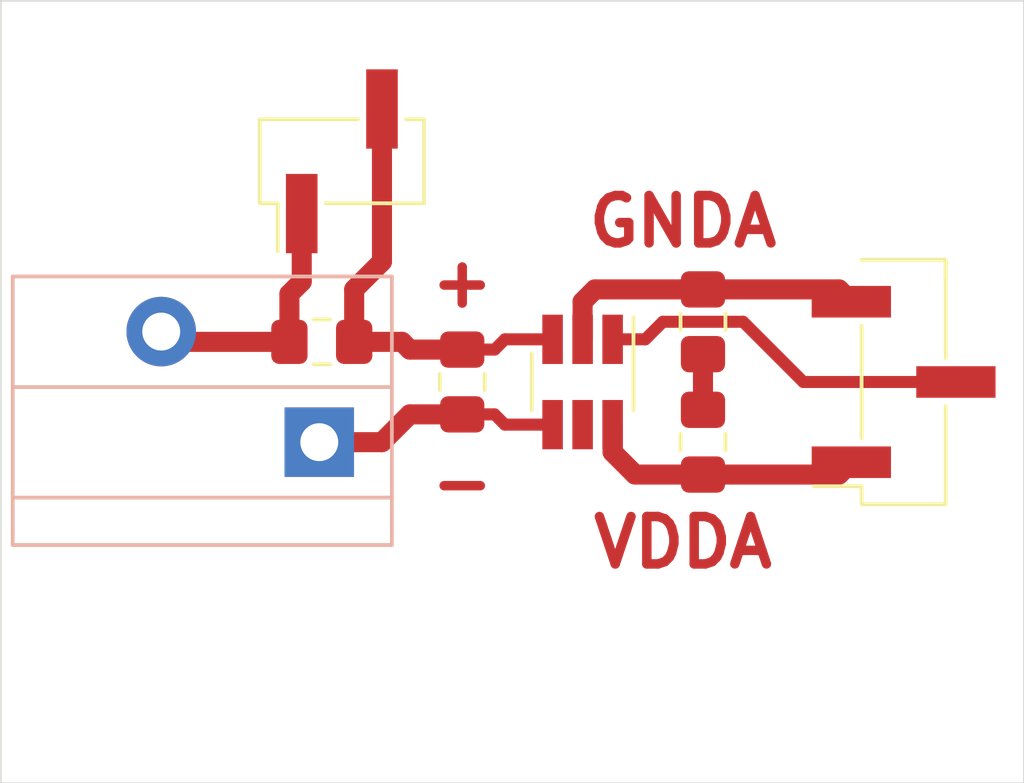
<source format=kicad_pcb>
(kicad_pcb (version 20171130) (host pcbnew 5.1.5-52549c5~86~ubuntu19.04.1)

  (general
    (thickness 1.6)
    (drawings 8)
    (tracks 37)
    (zones 0)
    (modules 13)
    (nets 8)
  )

  (page A4)
  (title_block
    (title "1 CH 4-20 mA to voltage converter board")
    (date 2020-03-10)
    (rev v1.0)
    (company "Brecht Van Eeckhoudt - KULeuven")
    (comment 1 github.brechtve.be)
  )

  (layers
    (0 F.Cu signal)
    (31 B.Cu signal)
    (32 B.Adhes user)
    (33 F.Adhes user)
    (34 B.Paste user)
    (35 F.Paste user)
    (36 B.SilkS user)
    (37 F.SilkS user)
    (38 B.Mask user)
    (39 F.Mask user)
    (40 Dwgs.User user)
    (41 Cmts.User user)
    (42 Eco1.User user)
    (43 Eco2.User user)
    (44 Edge.Cuts user)
    (45 Margin user)
    (46 B.CrtYd user)
    (47 F.CrtYd user)
    (48 B.Fab user)
    (49 F.Fab user)
  )

  (setup
    (last_trace_width 0.254)
    (user_trace_width 0.254)
    (user_trace_width 0.381)
    (user_trace_width 0.508)
    (user_trace_width 0.635)
    (user_trace_width 0.762)
    (user_trace_width 1.016)
    (trace_clearance 0.254)
    (zone_clearance 0.508)
    (zone_45_only no)
    (trace_min 0.1524)
    (via_size 0.8)
    (via_drill 0.4)
    (via_min_size 0.4)
    (via_min_drill 0.3)
    (user_via 0.8 0.4)
    (user_via 1.4 0.7)
    (user_via 2 1)
    (uvia_size 0.3)
    (uvia_drill 0.1)
    (uvias_allowed no)
    (uvia_min_size 0.2)
    (uvia_min_drill 0.1)
    (edge_width 0.05)
    (segment_width 0.2)
    (pcb_text_width 0.3)
    (pcb_text_size 1.5 1.5)
    (mod_edge_width 0.12)
    (mod_text_size 1 1)
    (mod_text_width 0.15)
    (pad_size 1.524 1.524)
    (pad_drill 0.762)
    (pad_to_mask_clearance 0.0508)
    (solder_mask_min_width 0.254)
    (aux_axis_origin 0 0)
    (visible_elements FFFFFF7F)
    (pcbplotparams
      (layerselection 0x00000_7fffffff)
      (usegerberextensions false)
      (usegerberattributes false)
      (usegerberadvancedattributes false)
      (creategerberjobfile false)
      (excludeedgelayer true)
      (linewidth 0.100000)
      (plotframeref false)
      (viasonmask false)
      (mode 1)
      (useauxorigin false)
      (hpglpennumber 1)
      (hpglpenspeed 20)
      (hpglpendiameter 15.000000)
      (psnegative false)
      (psa4output false)
      (plotreference true)
      (plotvalue true)
      (plotinvisibletext false)
      (padsonsilk false)
      (subtractmaskfromsilk false)
      (outputformat 4)
      (mirror true)
      (drillshape 0)
      (scaleselection 1)
      (outputdirectory "Plots/"))
  )

  (net 0 "")
  (net 1 GNDA)
  (net 2 VDDA)
  (net 3 "Net-(J1-Pad1)")
  (net 4 "Net-(J1-Pad2)")
  (net 5 "Net-(J2-Pad2)")
  (net 6 "Net-(C1-Pad2)")
  (net 7 "Net-(JP1-Pad2)")

  (net_class Default "This is the default net class."
    (clearance 0.254)
    (trace_width 0.254)
    (via_dia 0.8)
    (via_drill 0.4)
    (uvia_dia 0.3)
    (uvia_drill 0.1)
    (diff_pair_width 0.254)
    (diff_pair_gap 0.254)
    (add_net GNDA)
    (add_net "Net-(C1-Pad2)")
    (add_net "Net-(J1-Pad1)")
    (add_net "Net-(J1-Pad2)")
    (add_net "Net-(J2-Pad2)")
    (add_net "Net-(JP1-Pad2)")
    (add_net VDDA)
  )

  (module Connector_PinHeader_2.54mm:PinHeader_1x02_P2.54mm_Vertical_SMD_Pin1Left (layer F.Cu) (tedit 59FED5CC) (tstamp 5E679890)
    (at 140.335 77.47 90)
    (descr "surface-mounted straight pin header, 1x02, 2.54mm pitch, single row, style 1 (pin 1 left)")
    (tags "Surface mounted pin header SMD 1x02 2.54mm single row style1 pin1 left")
    (path /5E679814)
    (attr smd)
    (fp_text reference JP1 (at 0 -3.6 90) (layer F.SilkS) hide
      (effects (font (size 1 1) (thickness 0.15)))
    )
    (fp_text value Jumper_NC_Small (at 0 3.6 90) (layer F.Fab) hide
      (effects (font (size 1 1) (thickness 0.15)))
    )
    (fp_text user %R (at 0 0) (layer F.Fab)
      (effects (font (size 1 1) (thickness 0.15)))
    )
    (fp_line (start 3.45 -3.05) (end -3.45 -3.05) (layer F.CrtYd) (width 0.05))
    (fp_line (start 3.45 3.05) (end 3.45 -3.05) (layer F.CrtYd) (width 0.05))
    (fp_line (start -3.45 3.05) (end 3.45 3.05) (layer F.CrtYd) (width 0.05))
    (fp_line (start -3.45 -3.05) (end -3.45 3.05) (layer F.CrtYd) (width 0.05))
    (fp_line (start -1.33 -0.51) (end -1.33 2.6) (layer F.SilkS) (width 0.12))
    (fp_line (start 1.33 2.03) (end 1.33 2.6) (layer F.SilkS) (width 0.12))
    (fp_line (start -1.33 -2.6) (end -1.33 -2.03) (layer F.SilkS) (width 0.12))
    (fp_line (start -1.33 -2.03) (end -2.85 -2.03) (layer F.SilkS) (width 0.12))
    (fp_line (start 1.33 -2.6) (end 1.33 0.51) (layer F.SilkS) (width 0.12))
    (fp_line (start -1.33 2.6) (end 1.33 2.6) (layer F.SilkS) (width 0.12))
    (fp_line (start -1.33 -2.6) (end 1.33 -2.6) (layer F.SilkS) (width 0.12))
    (fp_line (start 2.54 1.59) (end 1.27 1.59) (layer F.Fab) (width 0.1))
    (fp_line (start 2.54 0.95) (end 2.54 1.59) (layer F.Fab) (width 0.1))
    (fp_line (start 1.27 0.95) (end 2.54 0.95) (layer F.Fab) (width 0.1))
    (fp_line (start -2.54 -0.95) (end -1.27 -0.95) (layer F.Fab) (width 0.1))
    (fp_line (start -2.54 -1.59) (end -2.54 -0.95) (layer F.Fab) (width 0.1))
    (fp_line (start -1.27 -1.59) (end -2.54 -1.59) (layer F.Fab) (width 0.1))
    (fp_line (start 1.27 -2.54) (end 1.27 2.54) (layer F.Fab) (width 0.1))
    (fp_line (start -1.27 -1.59) (end -0.32 -2.54) (layer F.Fab) (width 0.1))
    (fp_line (start -1.27 2.54) (end -1.27 -1.59) (layer F.Fab) (width 0.1))
    (fp_line (start -0.32 -2.54) (end 1.27 -2.54) (layer F.Fab) (width 0.1))
    (fp_line (start 1.27 2.54) (end -1.27 2.54) (layer F.Fab) (width 0.1))
    (pad 2 smd rect (at 1.655 1.27 90) (size 2.51 1) (layers F.Cu F.Paste F.Mask)
      (net 7 "Net-(JP1-Pad2)"))
    (pad 1 smd rect (at -1.655 -1.27 90) (size 2.51 1) (layers F.Cu F.Paste F.Mask)
      (net 4 "Net-(J1-Pad2)"))
    (model ${KISYS3DMOD}/Connector_PinHeader_2.54mm.3dshapes/PinHeader_1x02_P2.54mm_Vertical_SMD_Pin1Left.wrl
      (at (xyz 0 0 0))
      (scale (xyz 1 1 1))
      (rotate (xyz 0 0 0))
    )
  )

  (module Connector_PinHeader_2.54mm:PinHeader_1x03_P2.54mm_Vertical_SMD_Pin1Right (layer F.Cu) (tedit 59FED5CC) (tstamp 5E67F3C6)
    (at 158.115 84.455 180)
    (descr "surface-mounted straight pin header, 1x03, 2.54mm pitch, single row, style 2 (pin 1 right)")
    (tags "Surface mounted pin header SMD 1x03 2.54mm single row style2 pin1 right")
    (path /5E688CFB)
    (attr smd)
    (fp_text reference J2 (at 0 -4.87) (layer F.SilkS) hide
      (effects (font (size 1 1) (thickness 0.15)))
    )
    (fp_text value Conn_01x03 (at 0 4.87) (layer F.Fab) hide
      (effects (font (size 1 1) (thickness 0.15)))
    )
    (fp_text user %R (at 0 0 90) (layer F.Fab) hide
      (effects (font (size 1 1) (thickness 0.15)))
    )
    (fp_line (start 3.45 -4.35) (end -3.45 -4.35) (layer F.CrtYd) (width 0.05))
    (fp_line (start 3.45 4.35) (end 3.45 -4.35) (layer F.CrtYd) (width 0.05))
    (fp_line (start -3.45 4.35) (end 3.45 4.35) (layer F.CrtYd) (width 0.05))
    (fp_line (start -3.45 -4.35) (end -3.45 4.35) (layer F.CrtYd) (width 0.05))
    (fp_line (start -1.33 0.76) (end -1.33 3.87) (layer F.SilkS) (width 0.12))
    (fp_line (start -1.33 3.3) (end -1.33 3.87) (layer F.SilkS) (width 0.12))
    (fp_line (start 1.33 -3.87) (end 1.33 -3.3) (layer F.SilkS) (width 0.12))
    (fp_line (start 1.33 -3.3) (end 2.85 -3.3) (layer F.SilkS) (width 0.12))
    (fp_line (start -1.33 -3.87) (end -1.33 -0.76) (layer F.SilkS) (width 0.12))
    (fp_line (start 1.33 -1.78) (end 1.33 1.78) (layer F.SilkS) (width 0.12))
    (fp_line (start -1.33 3.87) (end 1.33 3.87) (layer F.SilkS) (width 0.12))
    (fp_line (start -1.33 -3.87) (end 1.33 -3.87) (layer F.SilkS) (width 0.12))
    (fp_line (start 2.54 2.86) (end 1.27 2.86) (layer F.Fab) (width 0.1))
    (fp_line (start 2.54 2.22) (end 2.54 2.86) (layer F.Fab) (width 0.1))
    (fp_line (start 1.27 2.22) (end 2.54 2.22) (layer F.Fab) (width 0.1))
    (fp_line (start 2.54 -2.22) (end 1.27 -2.22) (layer F.Fab) (width 0.1))
    (fp_line (start 2.54 -2.86) (end 2.54 -2.22) (layer F.Fab) (width 0.1))
    (fp_line (start 1.27 -2.86) (end 2.54 -2.86) (layer F.Fab) (width 0.1))
    (fp_line (start -2.54 0.32) (end -1.27 0.32) (layer F.Fab) (width 0.1))
    (fp_line (start -2.54 -0.32) (end -2.54 0.32) (layer F.Fab) (width 0.1))
    (fp_line (start -1.27 -0.32) (end -2.54 -0.32) (layer F.Fab) (width 0.1))
    (fp_line (start -1.27 -3.81) (end -1.27 3.81) (layer F.Fab) (width 0.1))
    (fp_line (start 1.27 -2.86) (end 0.32 -3.81) (layer F.Fab) (width 0.1))
    (fp_line (start 1.27 3.81) (end 1.27 -2.86) (layer F.Fab) (width 0.1))
    (fp_line (start -1.27 -3.81) (end 0.32 -3.81) (layer F.Fab) (width 0.1))
    (fp_line (start 1.27 3.81) (end -1.27 3.81) (layer F.Fab) (width 0.1))
    (pad 3 smd rect (at 1.655 2.54 180) (size 2.51 1) (layers F.Cu F.Paste F.Mask)
      (net 1 GNDA))
    (pad 1 smd rect (at 1.655 -2.54 180) (size 2.51 1) (layers F.Cu F.Paste F.Mask)
      (net 2 VDDA))
    (pad 2 smd rect (at -1.655 0 180) (size 2.51 1) (layers F.Cu F.Paste F.Mask)
      (net 5 "Net-(J2-Pad2)"))
    (model ${KISYS3DMOD}/Connector_PinHeader_2.54mm.3dshapes/PinHeader_1x03_P2.54mm_Vertical_SMD_Pin1Right.wrl
      (at (xyz 0 0 0))
      (scale (xyz 1 1 1))
      (rotate (xyz 0 0 0))
    )
  )

  (module Package_TO_SOT_SMD:SOT-23-6_Handsoldering (layer F.Cu) (tedit 5A02FF57) (tstamp 5E67DD69)
    (at 147.955 84.455 270)
    (descr "6-pin SOT-23 package, Handsoldering")
    (tags "SOT-23-6 Handsoldering")
    (path /5E687E12)
    (attr smd)
    (fp_text reference U1 (at 0 -2.9 90) (layer F.SilkS) hide
      (effects (font (size 1 1) (thickness 0.15)))
    )
    (fp_text value LMP8640 (at 0 2.9 90) (layer F.Fab) hide
      (effects (font (size 1 1) (thickness 0.15)))
    )
    (fp_line (start 0.9 -1.55) (end 0.9 1.55) (layer F.Fab) (width 0.1))
    (fp_line (start 0.9 1.55) (end -0.9 1.55) (layer F.Fab) (width 0.1))
    (fp_line (start -0.9 -0.9) (end -0.9 1.55) (layer F.Fab) (width 0.1))
    (fp_line (start 0.9 -1.55) (end -0.25 -1.55) (layer F.Fab) (width 0.1))
    (fp_line (start -0.9 -0.9) (end -0.25 -1.55) (layer F.Fab) (width 0.1))
    (fp_line (start -2.4 -1.8) (end 2.4 -1.8) (layer F.CrtYd) (width 0.05))
    (fp_line (start 2.4 -1.8) (end 2.4 1.8) (layer F.CrtYd) (width 0.05))
    (fp_line (start 2.4 1.8) (end -2.4 1.8) (layer F.CrtYd) (width 0.05))
    (fp_line (start -2.4 1.8) (end -2.4 -1.8) (layer F.CrtYd) (width 0.05))
    (fp_line (start 0.9 -1.61) (end -2.05 -1.61) (layer F.SilkS) (width 0.12))
    (fp_line (start -0.9 1.61) (end 0.9 1.61) (layer F.SilkS) (width 0.12))
    (fp_text user %R (at 0 0) (layer F.Fab)
      (effects (font (size 0.5 0.5) (thickness 0.075)))
    )
    (pad 5 smd rect (at 1.35 0 270) (size 1.56 0.65) (layers F.Cu F.Paste F.Mask))
    (pad 6 smd rect (at 1.35 -0.95 270) (size 1.56 0.65) (layers F.Cu F.Paste F.Mask)
      (net 2 VDDA))
    (pad 4 smd rect (at 1.35 0.95 270) (size 1.56 0.65) (layers F.Cu F.Paste F.Mask)
      (net 3 "Net-(J1-Pad1)"))
    (pad 3 smd rect (at -1.35 0.95 270) (size 1.56 0.65) (layers F.Cu F.Paste F.Mask)
      (net 7 "Net-(JP1-Pad2)"))
    (pad 2 smd rect (at -1.35 0 270) (size 1.56 0.65) (layers F.Cu F.Paste F.Mask)
      (net 1 GNDA))
    (pad 1 smd rect (at -1.35 -0.95 270) (size 1.56 0.65) (layers F.Cu F.Paste F.Mask)
      (net 5 "Net-(J2-Pad2)"))
    (model ${KISYS3DMOD}/Package_TO_SOT_SMD.3dshapes/SOT-23-6.wrl
      (at (xyz 0 0 0))
      (scale (xyz 1 1 1))
      (rotate (xyz 0 0 0))
    )
  )

  (module Resistor_SMD:R_0805_2012Metric_Pad1.15x1.40mm_HandSolder (layer F.Cu) (tedit 5B36C52B) (tstamp 5E67F59A)
    (at 151.765 82.55 90)
    (descr "Resistor SMD 0805 (2012 Metric), square (rectangular) end terminal, IPC_7351 nominal with elongated pad for handsoldering. (Body size source: https://docs.google.com/spreadsheets/d/1BsfQQcO9C6DZCsRaXUlFlo91Tg2WpOkGARC1WS5S8t0/edit?usp=sharing), generated with kicad-footprint-generator")
    (tags "resistor handsolder")
    (path /5E6C56CA)
    (attr smd)
    (fp_text reference R3 (at 0 -1.65 90) (layer F.SilkS) hide
      (effects (font (size 1 1) (thickness 0.15)))
    )
    (fp_text value "0 Ω" (at 0 1.65 90) (layer F.Fab) hide
      (effects (font (size 1 1) (thickness 0.15)))
    )
    (fp_text user %R (at 0 0 90) (layer F.Fab)
      (effects (font (size 0.5 0.5) (thickness 0.08)))
    )
    (fp_line (start 1.85 0.95) (end -1.85 0.95) (layer F.CrtYd) (width 0.05))
    (fp_line (start 1.85 -0.95) (end 1.85 0.95) (layer F.CrtYd) (width 0.05))
    (fp_line (start -1.85 -0.95) (end 1.85 -0.95) (layer F.CrtYd) (width 0.05))
    (fp_line (start -1.85 0.95) (end -1.85 -0.95) (layer F.CrtYd) (width 0.05))
    (fp_line (start -0.261252 0.71) (end 0.261252 0.71) (layer F.SilkS) (width 0.12))
    (fp_line (start -0.261252 -0.71) (end 0.261252 -0.71) (layer F.SilkS) (width 0.12))
    (fp_line (start 1 0.6) (end -1 0.6) (layer F.Fab) (width 0.1))
    (fp_line (start 1 -0.6) (end 1 0.6) (layer F.Fab) (width 0.1))
    (fp_line (start -1 -0.6) (end 1 -0.6) (layer F.Fab) (width 0.1))
    (fp_line (start -1 0.6) (end -1 -0.6) (layer F.Fab) (width 0.1))
    (pad 2 smd roundrect (at 1.025 0 90) (size 1.15 1.4) (layers F.Cu F.Paste F.Mask) (roundrect_rratio 0.217391)
      (net 1 GNDA))
    (pad 1 smd roundrect (at -1.025 0 90) (size 1.15 1.4) (layers F.Cu F.Paste F.Mask) (roundrect_rratio 0.217391)
      (net 6 "Net-(C1-Pad2)"))
    (model ${KISYS3DMOD}/Resistor_SMD.3dshapes/R_0805_2012Metric.wrl
      (at (xyz 0 0 0))
      (scale (xyz 1 1 1))
      (rotate (xyz 0 0 0))
    )
  )

  (module Resistor_SMD:R_0805_2012Metric_Pad1.15x1.40mm_HandSolder (layer F.Cu) (tedit 5B36C52B) (tstamp 5E67E07F)
    (at 144.145 84.455 90)
    (descr "Resistor SMD 0805 (2012 Metric), square (rectangular) end terminal, IPC_7351 nominal with elongated pad for handsoldering. (Body size source: https://docs.google.com/spreadsheets/d/1BsfQQcO9C6DZCsRaXUlFlo91Tg2WpOkGARC1WS5S8t0/edit?usp=sharing), generated with kicad-footprint-generator")
    (tags "resistor handsolder")
    (path /5E689BE3)
    (attr smd)
    (fp_text reference R2 (at 0 -1.65 90) (layer F.SilkS) hide
      (effects (font (size 1 1) (thickness 0.15)))
    )
    (fp_text value "4,99 Ω" (at 0 1.65 90) (layer F.Fab) hide
      (effects (font (size 1 1) (thickness 0.15)))
    )
    (fp_text user %R (at 0 0 90) (layer F.Fab)
      (effects (font (size 0.5 0.5) (thickness 0.08)))
    )
    (fp_line (start 1.85 0.95) (end -1.85 0.95) (layer F.CrtYd) (width 0.05))
    (fp_line (start 1.85 -0.95) (end 1.85 0.95) (layer F.CrtYd) (width 0.05))
    (fp_line (start -1.85 -0.95) (end 1.85 -0.95) (layer F.CrtYd) (width 0.05))
    (fp_line (start -1.85 0.95) (end -1.85 -0.95) (layer F.CrtYd) (width 0.05))
    (fp_line (start -0.261252 0.71) (end 0.261252 0.71) (layer F.SilkS) (width 0.12))
    (fp_line (start -0.261252 -0.71) (end 0.261252 -0.71) (layer F.SilkS) (width 0.12))
    (fp_line (start 1 0.6) (end -1 0.6) (layer F.Fab) (width 0.1))
    (fp_line (start 1 -0.6) (end 1 0.6) (layer F.Fab) (width 0.1))
    (fp_line (start -1 -0.6) (end 1 -0.6) (layer F.Fab) (width 0.1))
    (fp_line (start -1 0.6) (end -1 -0.6) (layer F.Fab) (width 0.1))
    (pad 2 smd roundrect (at 1.025 0 90) (size 1.15 1.4) (layers F.Cu F.Paste F.Mask) (roundrect_rratio 0.217391)
      (net 7 "Net-(JP1-Pad2)"))
    (pad 1 smd roundrect (at -1.025 0 90) (size 1.15 1.4) (layers F.Cu F.Paste F.Mask) (roundrect_rratio 0.217391)
      (net 3 "Net-(J1-Pad1)"))
    (model ${KISYS3DMOD}/Resistor_SMD.3dshapes/R_0805_2012Metric.wrl
      (at (xyz 0 0 0))
      (scale (xyz 1 1 1))
      (rotate (xyz 0 0 0))
    )
  )

  (module Resistor_SMD:R_0805_2012Metric_Pad1.15x1.40mm_HandSolder (layer F.Cu) (tedit 5B36C52B) (tstamp 5E67E831)
    (at 139.7 83.185)
    (descr "Resistor SMD 0805 (2012 Metric), square (rectangular) end terminal, IPC_7351 nominal with elongated pad for handsoldering. (Body size source: https://docs.google.com/spreadsheets/d/1BsfQQcO9C6DZCsRaXUlFlo91Tg2WpOkGARC1WS5S8t0/edit?usp=sharing), generated with kicad-footprint-generator")
    (tags "resistor handsolder")
    (path /5E68A00A)
    (attr smd)
    (fp_text reference R1 (at 0 -1.65) (layer F.SilkS) hide
      (effects (font (size 1 1) (thickness 0.15)))
    )
    (fp_text value "270 Ω" (at 0 1.65) (layer F.Fab) hide
      (effects (font (size 1 1) (thickness 0.15)))
    )
    (fp_text user %R (at 0 0) (layer F.Fab)
      (effects (font (size 0.5 0.5) (thickness 0.08)))
    )
    (fp_line (start 1.85 0.95) (end -1.85 0.95) (layer F.CrtYd) (width 0.05))
    (fp_line (start 1.85 -0.95) (end 1.85 0.95) (layer F.CrtYd) (width 0.05))
    (fp_line (start -1.85 -0.95) (end 1.85 -0.95) (layer F.CrtYd) (width 0.05))
    (fp_line (start -1.85 0.95) (end -1.85 -0.95) (layer F.CrtYd) (width 0.05))
    (fp_line (start -0.261252 0.71) (end 0.261252 0.71) (layer F.SilkS) (width 0.12))
    (fp_line (start -0.261252 -0.71) (end 0.261252 -0.71) (layer F.SilkS) (width 0.12))
    (fp_line (start 1 0.6) (end -1 0.6) (layer F.Fab) (width 0.1))
    (fp_line (start 1 -0.6) (end 1 0.6) (layer F.Fab) (width 0.1))
    (fp_line (start -1 -0.6) (end 1 -0.6) (layer F.Fab) (width 0.1))
    (fp_line (start -1 0.6) (end -1 -0.6) (layer F.Fab) (width 0.1))
    (pad 2 smd roundrect (at 1.025 0) (size 1.15 1.4) (layers F.Cu F.Paste F.Mask) (roundrect_rratio 0.217391)
      (net 7 "Net-(JP1-Pad2)"))
    (pad 1 smd roundrect (at -1.025 0) (size 1.15 1.4) (layers F.Cu F.Paste F.Mask) (roundrect_rratio 0.217391)
      (net 4 "Net-(J1-Pad2)"))
    (model ${KISYS3DMOD}/Resistor_SMD.3dshapes/R_0805_2012Metric.wrl
      (at (xyz 0 0 0))
      (scale (xyz 1 1 1))
      (rotate (xyz 0 0 0))
    )
  )

  (module Connector_Phoenix_PTSA_extra:PhoenixContact_PTSA_1,5_2-G-3,5_1x02_P3.50mm_Angled (layer B.Cu) (tedit 5E4F9BC5) (tstamp 5E67E7B0)
    (at 134.62 86.36 90)
    (descr "Generic Phoenix Contact connector footprint for: PTSA_1,5/_2-3,5; number of pins: 02; pin pitch: 3.50mm; Angled || order number: PTSA15235ZBK (2A 250V Black)")
    (tags "phoenix_contact connector PTSA_01x02_G_3.50mm")
    (path /5E6883B4)
    (fp_text reference J1 (at 1.016 8.2982 -90) (layer B.SilkS) hide
      (effects (font (size 1 1) (thickness 0.15)) (justify mirror))
    )
    (fp_text value Conn_01x02 (at 0 -6 -90) (layer B.Fab) hide
      (effects (font (size 1 1) (thickness 0.15)) (justify mirror))
    )
    (fp_line (start -3.2554 -4.7018) (end -3.2554 7.2982) (layer B.CrtYd) (width 0.12))
    (fp_line (start 5.2446 -4.7018) (end -3.2554 -4.7018) (layer B.CrtYd) (width 0.12))
    (fp_line (start 5.2446 7.2982) (end 5.2446 -4.7018) (layer B.CrtYd) (width 0.12))
    (fp_line (start -3.2554 7.2982) (end 5.2446 7.2982) (layer B.CrtYd) (width 0.12))
    (fp_line (start 1.7446 -4.7018) (end 1.7446 7.2982) (layer B.SilkS) (width 0.12))
    (fp_line (start -1.7554 -4.7018) (end -1.7554 7.2982) (layer B.SilkS) (width 0.12))
    (fp_line (start 5.2446 7.2982) (end 5.2446 -4.7018) (layer B.SilkS) (width 0.12))
    (fp_line (start -3.2554 7.2982) (end 5.2446 7.2982) (layer B.SilkS) (width 0.12))
    (fp_line (start -3.2554 -4.7018) (end -3.2554 7.2982) (layer B.SilkS) (width 0.12))
    (fp_line (start 5.2446 -4.7018) (end -3.2554 -4.7018) (layer B.SilkS) (width 0.12))
    (pad 1 thru_hole rect (at 0 5 90) (size 2.2 2.2) (drill 1.2) (layers *.Cu *.Mask)
      (net 3 "Net-(J1-Pad1)"))
    (pad 2 thru_hole circle (at 3.5 -0.0018 90) (size 2.2 2.2) (drill 1.2) (layers *.Cu *.Mask)
      (net 4 "Net-(J1-Pad2)"))
  )

  (module MountingHole:MountingHole_3.2mm_M3 (layer F.Cu) (tedit 56D1B4CB) (tstamp 5E67DCFF)
    (at 133.35 93.345)
    (descr "Mounting Hole 3.2mm, no annular, M3")
    (tags "mounting hole 3.2mm no annular m3")
    (path /5E4BE2D2)
    (attr virtual)
    (fp_text reference H4 (at 0 -4.2) (layer F.SilkS) hide
      (effects (font (size 1 1) (thickness 0.15)))
    )
    (fp_text value MountingHole (at 0 4.2) (layer F.Fab) hide
      (effects (font (size 1 1) (thickness 0.15)))
    )
    (fp_circle (center 0 0) (end 3.45 0) (layer F.CrtYd) (width 0.05))
    (fp_circle (center 0 0) (end 3.2 0) (layer Cmts.User) (width 0.15))
    (fp_text user %R (at 0.3 0) (layer F.Fab) hide
      (effects (font (size 1 1) (thickness 0.15)))
    )
    (pad 1 np_thru_hole circle (at 0 0) (size 3.2 3.2) (drill 3.2) (layers *.Cu *.Mask))
  )

  (module MountingHole:MountingHole_3.2mm_M3 (layer F.Cu) (tedit 56D1B4CB) (tstamp 5E67DCF7)
    (at 158.115 93.345)
    (descr "Mounting Hole 3.2mm, no annular, M3")
    (tags "mounting hole 3.2mm no annular m3")
    (path /5E4BE12E)
    (attr virtual)
    (fp_text reference H3 (at 0 -4.2) (layer F.SilkS) hide
      (effects (font (size 1 1) (thickness 0.15)))
    )
    (fp_text value MountingHole (at 0 4.2) (layer F.Fab) hide
      (effects (font (size 1 1) (thickness 0.15)))
    )
    (fp_circle (center 0 0) (end 3.45 0) (layer F.CrtYd) (width 0.05))
    (fp_circle (center 0 0) (end 3.2 0) (layer Cmts.User) (width 0.15))
    (fp_text user %R (at 0.3 0) (layer F.Fab) hide
      (effects (font (size 1 1) (thickness 0.15)))
    )
    (pad 1 np_thru_hole circle (at 0 0) (size 3.2 3.2) (drill 3.2) (layers *.Cu *.Mask))
  )

  (module MountingHole:MountingHole_3.2mm_M3 (layer F.Cu) (tedit 56D1B4CB) (tstamp 5E67F665)
    (at 158.115 76.2)
    (descr "Mounting Hole 3.2mm, no annular, M3")
    (tags "mounting hole 3.2mm no annular m3")
    (path /5E4BDFB7)
    (attr virtual)
    (fp_text reference H2 (at 0 -4.2) (layer F.SilkS) hide
      (effects (font (size 1 1) (thickness 0.15)))
    )
    (fp_text value MountingHole (at 0 4.2) (layer F.Fab) hide
      (effects (font (size 1 1) (thickness 0.15)))
    )
    (fp_circle (center 0 0) (end 3.45 0) (layer F.CrtYd) (width 0.05))
    (fp_circle (center 0 0) (end 3.2 0) (layer Cmts.User) (width 0.15))
    (fp_text user %R (at 0.3 0) (layer F.Fab) hide
      (effects (font (size 1 1) (thickness 0.15)))
    )
    (pad 1 np_thru_hole circle (at 0 0) (size 3.2 3.2) (drill 3.2) (layers *.Cu *.Mask))
  )

  (module MountingHole:MountingHole_3.2mm_M3 (layer F.Cu) (tedit 56D1B4CB) (tstamp 5E67E86D)
    (at 133.35 76.2)
    (descr "Mounting Hole 3.2mm, no annular, M3")
    (tags "mounting hole 3.2mm no annular m3")
    (path /5E4BDDEC)
    (attr virtual)
    (fp_text reference H1 (at 0 -4.2) (layer F.SilkS) hide
      (effects (font (size 1 1) (thickness 0.15)))
    )
    (fp_text value MountingHole (at 0 4.2) (layer F.Fab) hide
      (effects (font (size 1 1) (thickness 0.15)))
    )
    (fp_circle (center 0 0) (end 3.45 0) (layer F.CrtYd) (width 0.05))
    (fp_circle (center 0 0) (end 3.2 0) (layer Cmts.User) (width 0.15))
    (fp_text user %R (at 0.3 0) (layer F.Fab) hide
      (effects (font (size 1 1) (thickness 0.15)))
    )
    (pad 1 np_thru_hole circle (at 0 0) (size 3.2 3.2) (drill 3.2) (layers *.Cu *.Mask))
  )

  (module BrechtVE_Aesthetics:OSHW-Logo_5.7x6mm_SolderMask (layer F.Cu) (tedit 5DDC6204) (tstamp 5E67DCDF)
    (at 145.415 92.71)
    (descr "Open Source Hardware Logo")
    (tags "Logo OSHW")
    (path /5E4BD295)
    (attr virtual)
    (fp_text reference G1 (at 0 0) (layer F.SilkS) hide
      (effects (font (size 1 1) (thickness 0.15)))
    )
    (fp_text value Symbol_OSHW-Logo_11.4x12mm (at 0.75 0) (layer F.Fab) hide
      (effects (font (size 1 1) (thickness 0.15)))
    )
    (fp_poly (pts (xy 0.376964 -2.709982) (xy 0.433812 -2.40843) (xy 0.853338 -2.235488) (xy 1.104984 -2.406605)
      (xy 1.175458 -2.45425) (xy 1.239163 -2.49679) (xy 1.293126 -2.532285) (xy 1.334373 -2.55879)
      (xy 1.359934 -2.574364) (xy 1.366895 -2.577722) (xy 1.379435 -2.569086) (xy 1.406231 -2.545208)
      (xy 1.44428 -2.509141) (xy 1.490579 -2.463933) (xy 1.542123 -2.412636) (xy 1.595909 -2.358299)
      (xy 1.648935 -2.303972) (xy 1.698195 -2.252705) (xy 1.740687 -2.207549) (xy 1.773407 -2.171554)
      (xy 1.793351 -2.14777) (xy 1.798119 -2.13981) (xy 1.791257 -2.125135) (xy 1.77202 -2.092986)
      (xy 1.74243 -2.046508) (xy 1.70451 -1.988844) (xy 1.660282 -1.92314) (xy 1.634654 -1.885664)
      (xy 1.587941 -1.817232) (xy 1.546432 -1.75548) (xy 1.51214 -1.703481) (xy 1.48708 -1.664308)
      (xy 1.473264 -1.641035) (xy 1.471188 -1.636145) (xy 1.475895 -1.622245) (xy 1.488723 -1.58985)
      (xy 1.507738 -1.543515) (xy 1.531003 -1.487794) (xy 1.556584 -1.427242) (xy 1.582545 -1.366414)
      (xy 1.60695 -1.309864) (xy 1.627863 -1.262148) (xy 1.643349 -1.227819) (xy 1.651472 -1.211432)
      (xy 1.651952 -1.210788) (xy 1.664707 -1.207659) (xy 1.698677 -1.200679) (xy 1.75034 -1.190533)
      (xy 1.816176 -1.177908) (xy 1.892664 -1.163491) (xy 1.93729 -1.155177) (xy 2.019021 -1.139616)
      (xy 2.092843 -1.124808) (xy 2.155021 -1.111564) (xy 2.201822 -1.100695) (xy 2.229509 -1.093011)
      (xy 2.235074 -1.090573) (xy 2.240526 -1.07407) (xy 2.244924 -1.0368) (xy 2.248272 -0.98312)
      (xy 2.250574 -0.917388) (xy 2.251832 -0.843963) (xy 2.252048 -0.767204) (xy 2.251227 -0.691468)
      (xy 2.249371 -0.621114) (xy 2.246482 -0.5605) (xy 2.242565 -0.513984) (xy 2.237622 -0.485925)
      (xy 2.234657 -0.480084) (xy 2.216934 -0.473083) (xy 2.179381 -0.463073) (xy 2.126964 -0.451231)
      (xy 2.064652 -0.438733) (xy 2.0429 -0.43469) (xy 1.938024 -0.41548) (xy 1.85518 -0.400009)
      (xy 1.79163 -0.387663) (xy 1.744637 -0.377827) (xy 1.711463 -0.369886) (xy 1.689371 -0.363224)
      (xy 1.675624 -0.357227) (xy 1.667484 -0.351281) (xy 1.666345 -0.350106) (xy 1.654977 -0.331174)
      (xy 1.637635 -0.294331) (xy 1.61605 -0.244087) (xy 1.591954 -0.184954) (xy 1.567079 -0.121444)
      (xy 1.543157 -0.058068) (xy 1.521919 0.000662) (xy 1.505097 0.050235) (xy 1.494422 0.086139)
      (xy 1.491627 0.103862) (xy 1.49186 0.104483) (xy 1.501331 0.11897) (xy 1.522818 0.150844)
      (xy 1.554063 0.196789) (xy 1.592807 0.253485) (xy 1.636793 0.317617) (xy 1.649319 0.335842)
      (xy 1.693984 0.401914) (xy 1.733288 0.4622) (xy 1.765088 0.513235) (xy 1.787245 0.55156)
      (xy 1.797617 0.573711) (xy 1.798119 0.576432) (xy 1.789405 0.590736) (xy 1.765325 0.619072)
      (xy 1.728976 0.658396) (xy 1.683453 0.705661) (xy 1.631852 0.757823) (xy 1.577267 0.811835)
      (xy 1.522794 0.864653) (xy 1.471529 0.913231) (xy 1.426567 0.954523) (xy 1.391004 0.985485)
      (xy 1.367935 1.00307) (xy 1.361554 1.005941) (xy 1.346699 0.999178) (xy 1.316286 0.980939)
      (xy 1.275268 0.954297) (xy 1.243709 0.932852) (xy 1.186525 0.893503) (xy 1.118806 0.847171)
      (xy 1.05088 0.800913) (xy 1.014361 0.776155) (xy 0.890752 0.692547) (xy 0.786991 0.74865)
      (xy 0.73972 0.773228) (xy 0.699523 0.792331) (xy 0.672326 0.803227) (xy 0.665402 0.804743)
      (xy 0.657077 0.793549) (xy 0.640654 0.761917) (xy 0.617357 0.712765) (xy 0.588414 0.64901)
      (xy 0.55505 0.573571) (xy 0.518491 0.489364) (xy 0.479964 0.399308) (xy 0.440694 0.306321)
      (xy 0.401908 0.21332) (xy 0.36483 0.123223) (xy 0.330689 0.038948) (xy 0.300708 -0.036587)
      (xy 0.276116 -0.100466) (xy 0.258136 -0.149769) (xy 0.247997 -0.181579) (xy 0.246366 -0.192504)
      (xy 0.259291 -0.206439) (xy 0.287589 -0.22906) (xy 0.325346 -0.255667) (xy 0.328515 -0.257772)
      (xy 0.4261 -0.335886) (xy 0.504786 -0.427018) (xy 0.563891 -0.528255) (xy 0.602732 -0.636682)
      (xy 0.620628 -0.749386) (xy 0.616897 -0.863452) (xy 0.590857 -0.975966) (xy 0.541825 -1.084015)
      (xy 0.5274 -1.107655) (xy 0.452369 -1.203113) (xy 0.36373 -1.279768) (xy 0.264549 -1.33722)
      (xy 0.157895 -1.375071) (xy 0.046836 -1.392922) (xy -0.065561 -1.390375) (xy -0.176227 -1.36703)
      (xy -0.282094 -1.32249) (xy -0.380095 -1.256355) (xy -0.41041 -1.229513) (xy -0.487562 -1.145488)
      (xy -0.543782 -1.057034) (xy -0.582347 -0.957885) (xy -0.603826 -0.859697) (xy -0.609128 -0.749303)
      (xy -0.591448 -0.63836) (xy -0.552581 -0.530619) (xy -0.494323 -0.429831) (xy -0.418469 -0.339744)
      (xy -0.326817 -0.264108) (xy -0.314772 -0.256136) (xy -0.276611 -0.230026) (xy -0.247601 -0.207405)
      (xy -0.233732 -0.192961) (xy -0.233531 -0.192504) (xy -0.236508 -0.176879) (xy -0.248311 -0.141418)
      (xy -0.267714 -0.089038) (xy -0.293488 -0.022655) (xy -0.324409 0.054814) (xy -0.359249 0.14045)
      (xy -0.396783 0.231337) (xy -0.435783 0.324559) (xy -0.475023 0.417197) (xy -0.513276 0.506335)
      (xy -0.549317 0.589055) (xy -0.581917 0.662441) (xy -0.609852 0.723575) (xy -0.631895 0.769541)
      (xy -0.646818 0.797421) (xy -0.652828 0.804743) (xy -0.671191 0.799041) (xy -0.705552 0.783749)
      (xy -0.749984 0.761599) (xy -0.774417 0.74865) (xy -0.878178 0.692547) (xy -1.001787 0.776155)
      (xy -1.064886 0.818987) (xy -1.13397 0.866122) (xy -1.198707 0.910503) (xy -1.231134 0.932852)
      (xy -1.276741 0.963477) (xy -1.31536 0.987747) (xy -1.341952 1.002587) (xy -1.35059 1.005724)
      (xy -1.363161 0.997261) (xy -1.390984 0.973636) (xy -1.431361 0.937302) (xy -1.481595 0.890711)
      (xy -1.538988 0.836317) (xy -1.575286 0.801392) (xy -1.63879 0.738996) (xy -1.693673 0.683188)
      (xy -1.737714 0.636354) (xy -1.768695 0.600882) (xy -1.784398 0.579161) (xy -1.785905 0.574752)
      (xy -1.778914 0.557985) (xy -1.759594 0.524082) (xy -1.730091 0.476476) (xy -1.692545 0.418599)
      (xy -1.6491 0.353884) (xy -1.636745 0.335842) (xy -1.591727 0.270267) (xy -1.55134 0.211228)
      (xy -1.51784 0.162042) (xy -1.493486 0.126028) (xy -1.480536 0.106502) (xy -1.479285 0.104483)
      (xy -1.481156 0.088922) (xy -1.491087 0.054709) (xy -1.507347 0.006355) (xy -1.528205 -0.051629)
      (xy -1.551927 -0.11473) (xy -1.576784 -0.178437) (xy -1.601042 -0.238239) (xy -1.622971 -0.289624)
      (xy -1.640838 -0.328081) (xy -1.652913 -0.349098) (xy -1.653771 -0.350106) (xy -1.661154 -0.356112)
      (xy -1.673625 -0.362052) (xy -1.69392 -0.36854) (xy -1.724778 -0.376191) (xy -1.768934 -0.38562)
      (xy -1.829126 -0.397441) (xy -1.908093 -0.412271) (xy -2.00857 -0.430723) (xy -2.030325 -0.43469)
      (xy -2.094802 -0.447147) (xy -2.151011 -0.459334) (xy -2.193987 -0.470074) (xy -2.21876 -0.478191)
      (xy -2.222082 -0.480084) (xy -2.227556 -0.496862) (xy -2.232006 -0.534355) (xy -2.235428 -0.588206)
      (xy -2.237819 -0.654056) (xy -2.239177 -0.727547) (xy -2.239499 -0.80432) (xy -2.238781 -0.880017)
      (xy -2.237021 -0.95028) (xy -2.234216 -1.01075) (xy -2.230362 -1.05707) (xy -2.225457 -1.084881)
      (xy -2.2225 -1.090573) (xy -2.206037 -1.096314) (xy -2.168551 -1.105655) (xy -2.113775 -1.117785)
      (xy -2.045445 -1.131893) (xy -1.967294 -1.14717) (xy -1.924716 -1.155177) (xy -1.843929 -1.170279)
      (xy -1.771887 -1.18396) (xy -1.712111 -1.195533) (xy -1.668121 -1.204313) (xy -1.643439 -1.209613)
      (xy -1.639377 -1.210788) (xy -1.632511 -1.224035) (xy -1.617998 -1.255943) (xy -1.597771 -1.301953)
      (xy -1.573766 -1.357508) (xy -1.547918 -1.418047) (xy -1.52216 -1.479014) (xy -1.498427 -1.535849)
      (xy -1.478654 -1.583994) (xy -1.464776 -1.61889) (xy -1.458726 -1.635979) (xy -1.458614 -1.636726)
      (xy -1.465472 -1.650207) (xy -1.484698 -1.68123) (xy -1.514272 -1.726711) (xy -1.552173 -1.783568)
      (xy -1.59638 -1.848717) (xy -1.622079 -1.886138) (xy -1.668907 -1.954753) (xy -1.710499 -2.017048)
      (xy -1.744825 -2.069871) (xy -1.769857 -2.110073) (xy -1.783565 -2.1345) (xy -1.785544 -2.139976)
      (xy -1.777034 -2.152722) (xy -1.753507 -2.179937) (xy -1.717968 -2.218572) (xy -1.673423 -2.265577)
      (xy -1.622877 -2.317905) (xy -1.569336 -2.372505) (xy -1.515805 -2.42633) (xy -1.465289 -2.47633)
      (xy -1.420794 -2.519457) (xy -1.385325 -2.552661) (xy -1.361887 -2.572894) (xy -1.354046 -2.577722)
      (xy -1.34128 -2.570933) (xy -1.310744 -2.551858) (xy -1.26541 -2.522439) (xy -1.208244 -2.484619)
      (xy -1.142216 -2.440339) (xy -1.09241 -2.406605) (xy -0.840764 -2.235488) (xy -0.631001 -2.321959)
      (xy -0.421237 -2.40843) (xy -0.364389 -2.709982) (xy -0.30754 -3.011534) (xy 0.320115 -3.011534)
      (xy 0.376964 -2.709982)) (layer F.Mask) (width 0.01))
    (fp_poly (pts (xy 1.79946 1.45803) (xy 1.842711 1.471245) (xy 1.870558 1.487941) (xy 1.879629 1.501145)
      (xy 1.877132 1.516797) (xy 1.860931 1.541385) (xy 1.847232 1.5588) (xy 1.818992 1.590283)
      (xy 1.797775 1.603529) (xy 1.779688 1.602664) (xy 1.726035 1.58901) (xy 1.68663 1.58963)
      (xy 1.654632 1.605104) (xy 1.64389 1.614161) (xy 1.609505 1.646027) (xy 1.609505 2.062179)
      (xy 1.471188 2.062179) (xy 1.471188 1.458614) (xy 1.540347 1.458614) (xy 1.581869 1.460256)
      (xy 1.603291 1.466087) (xy 1.609502 1.477461) (xy 1.609505 1.477798) (xy 1.612439 1.489713)
      (xy 1.625704 1.488159) (xy 1.644084 1.479563) (xy 1.682046 1.463568) (xy 1.712872 1.453945)
      (xy 1.752536 1.451478) (xy 1.79946 1.45803)) (layer F.Mask) (width 0.01))
    (fp_poly (pts (xy -0.754012 1.469002) (xy -0.722717 1.48395) (xy -0.692409 1.505541) (xy -0.669318 1.530391)
      (xy -0.6525 1.562087) (xy -0.641006 1.604214) (xy -0.633891 1.660358) (xy -0.630207 1.734106)
      (xy -0.629008 1.829044) (xy -0.628989 1.838985) (xy -0.628713 2.062179) (xy -0.76703 2.062179)
      (xy -0.76703 1.856418) (xy -0.767128 1.780189) (xy -0.767809 1.724939) (xy -0.769651 1.686501)
      (xy -0.773233 1.660706) (xy -0.779132 1.643384) (xy -0.787927 1.630368) (xy -0.80018 1.617507)
      (xy -0.843047 1.589873) (xy -0.889843 1.584745) (xy -0.934424 1.602217) (xy -0.949928 1.615221)
      (xy -0.96131 1.627447) (xy -0.969481 1.64054) (xy -0.974974 1.658615) (xy -0.97832 1.685787)
      (xy -0.980051 1.72617) (xy -0.980697 1.783879) (xy -0.980792 1.854132) (xy -0.980792 2.062179)
      (xy -1.119109 2.062179) (xy -1.119109 1.458614) (xy -1.04995 1.458614) (xy -1.008428 1.460256)
      (xy -0.987006 1.466087) (xy -0.980795 1.477461) (xy -0.980792 1.477798) (xy -0.97791 1.488938)
      (xy -0.965199 1.487674) (xy -0.939926 1.475434) (xy -0.882605 1.457424) (xy -0.817037 1.455421)
      (xy -0.754012 1.469002)) (layer F.Mask) (width 0.01))
    (fp_poly (pts (xy 2.677898 1.456457) (xy 2.710096 1.464279) (xy 2.771825 1.492921) (xy 2.82461 1.536667)
      (xy 2.861141 1.589117) (xy 2.86616 1.600893) (xy 2.873045 1.63174) (xy 2.877864 1.677371)
      (xy 2.879505 1.723492) (xy 2.879505 1.810693) (xy 2.697178 1.810693) (xy 2.621979 1.810978)
      (xy 2.569003 1.812704) (xy 2.535325 1.817181) (xy 2.51802 1.82572) (xy 2.514163 1.83963)
      (xy 2.520829 1.860222) (xy 2.53277 1.884315) (xy 2.56608 1.924525) (xy 2.612368 1.944558)
      (xy 2.668944 1.943905) (xy 2.733031 1.922101) (xy 2.788417 1.895193) (xy 2.834375 1.931532)
      (xy 2.880333 1.967872) (xy 2.837096 2.007819) (xy 2.779374 2.045563) (xy 2.708386 2.06832)
      (xy 2.632029 2.074688) (xy 2.558199 2.063268) (xy 2.546287 2.059393) (xy 2.481399 2.025506)
      (xy 2.43313 1.974986) (xy 2.400465 1.906325) (xy 2.382385 1.818014) (xy 2.382175 1.816121)
      (xy 2.380556 1.719878) (xy 2.3871 1.685542) (xy 2.514852 1.685542) (xy 2.526584 1.690822)
      (xy 2.558438 1.694867) (xy 2.605397 1.697176) (xy 2.635154 1.697525) (xy 2.690648 1.697306)
      (xy 2.725346 1.695916) (xy 2.743601 1.692251) (xy 2.749766 1.68521) (xy 2.748195 1.67369)
      (xy 2.746878 1.669233) (xy 2.724382 1.627355) (xy 2.689003 1.593604) (xy 2.65778 1.578773)
      (xy 2.616301 1.579668) (xy 2.574269 1.598164) (xy 2.539012 1.628786) (xy 2.517854 1.666062)
      (xy 2.514852 1.685542) (xy 2.3871 1.685542) (xy 2.39669 1.635229) (xy 2.428698 1.564191)
      (xy 2.474701 1.508779) (xy 2.532821 1.471009) (xy 2.60118 1.452896) (xy 2.677898 1.456457)) (layer F.Mask) (width 0.01))
    (fp_poly (pts (xy 2.217226 1.46388) (xy 2.29008 1.49483) (xy 2.313027 1.509895) (xy 2.342354 1.533048)
      (xy 2.360764 1.551253) (xy 2.363961 1.557183) (xy 2.354935 1.57034) (xy 2.331837 1.592667)
      (xy 2.313344 1.60825) (xy 2.262728 1.648926) (xy 2.22276 1.615295) (xy 2.191874 1.593584)
      (xy 2.161759 1.58609) (xy 2.127292 1.58792) (xy 2.072561 1.601528) (xy 2.034886 1.629772)
      (xy 2.011991 1.675433) (xy 2.001597 1.741289) (xy 2.001595 1.741331) (xy 2.002494 1.814939)
      (xy 2.016463 1.868946) (xy 2.044328 1.905716) (xy 2.063325 1.918168) (xy 2.113776 1.933673)
      (xy 2.167663 1.933683) (xy 2.214546 1.918638) (xy 2.225644 1.911287) (xy 2.253476 1.892511)
      (xy 2.275236 1.889434) (xy 2.298704 1.903409) (xy 2.324649 1.92851) (xy 2.365716 1.97088)
      (xy 2.320121 2.008464) (xy 2.249674 2.050882) (xy 2.170233 2.071785) (xy 2.087215 2.070272)
      (xy 2.032694 2.056411) (xy 1.96897 2.022135) (xy 1.918005 1.968212) (xy 1.894851 1.930149)
      (xy 1.876099 1.875536) (xy 1.866715 1.806369) (xy 1.866643 1.731407) (xy 1.875824 1.659409)
      (xy 1.894199 1.599137) (xy 1.897093 1.592958) (xy 1.939952 1.532351) (xy 1.997979 1.488224)
      (xy 2.066591 1.461493) (xy 2.141201 1.453073) (xy 2.217226 1.46388)) (layer F.Mask) (width 0.01))
    (fp_poly (pts (xy 0.993367 1.654342) (xy 0.994555 1.746563) (xy 0.998897 1.81661) (xy 1.007558 1.867381)
      (xy 1.021704 1.901772) (xy 1.0425 1.922679) (xy 1.07111 1.933) (xy 1.106535 1.935636)
      (xy 1.143636 1.932682) (xy 1.171818 1.921889) (xy 1.192243 1.90036) (xy 1.206079 1.865199)
      (xy 1.214491 1.81351) (xy 1.218643 1.742394) (xy 1.219703 1.654342) (xy 1.219703 1.458614)
      (xy 1.35802 1.458614) (xy 1.35802 2.062179) (xy 1.288862 2.062179) (xy 1.24717 2.060489)
      (xy 1.225701 2.054556) (xy 1.219703 2.043293) (xy 1.216091 2.033261) (xy 1.201714 2.035383)
      (xy 1.172736 2.04958) (xy 1.106319 2.07148) (xy 1.035875 2.069928) (xy 0.968377 2.046147)
      (xy 0.936233 2.027362) (xy 0.911715 2.007022) (xy 0.893804 1.981573) (xy 0.881479 1.947458)
      (xy 0.873723 1.901121) (xy 0.869516 1.839007) (xy 0.86784 1.757561) (xy 0.867624 1.694578)
      (xy 0.867624 1.458614) (xy 0.993367 1.458614) (xy 0.993367 1.654342)) (layer F.Mask) (width 0.01))
    (fp_poly (pts (xy 0.610762 1.466055) (xy 0.674363 1.500692) (xy 0.724123 1.555372) (xy 0.747568 1.599842)
      (xy 0.757634 1.639121) (xy 0.764156 1.695116) (xy 0.766951 1.759621) (xy 0.765836 1.824429)
      (xy 0.760626 1.881334) (xy 0.754541 1.911727) (xy 0.734014 1.953306) (xy 0.698463 1.997468)
      (xy 0.655619 2.036087) (xy 0.613211 2.061034) (xy 0.612177 2.06143) (xy 0.559553 2.072331)
      (xy 0.497188 2.072601) (xy 0.437924 2.062676) (xy 0.41504 2.054722) (xy 0.356102 2.0213)
      (xy 0.31389 1.977511) (xy 0.286156 1.919538) (xy 0.270651 1.843565) (xy 0.267143 1.803771)
      (xy 0.26759 1.753766) (xy 0.402376 1.753766) (xy 0.406917 1.826732) (xy 0.419986 1.882334)
      (xy 0.440756 1.917861) (xy 0.455552 1.92802) (xy 0.493464 1.935104) (xy 0.538527 1.933007)
      (xy 0.577487 1.922812) (xy 0.587704 1.917204) (xy 0.614659 1.884538) (xy 0.632451 1.834545)
      (xy 0.640024 1.773705) (xy 0.636325 1.708497) (xy 0.628057 1.669253) (xy 0.60432 1.623805)
      (xy 0.566849 1.595396) (xy 0.52172 1.585573) (xy 0.475011 1.595887) (xy 0.439132 1.621112)
      (xy 0.420277 1.641925) (xy 0.409272 1.662439) (xy 0.404026 1.690203) (xy 0.402449 1.732762)
      (xy 0.402376 1.753766) (xy 0.26759 1.753766) (xy 0.268094 1.69758) (xy 0.285388 1.610501)
      (xy 0.319029 1.54253) (xy 0.369018 1.493664) (xy 0.435356 1.463899) (xy 0.449601 1.460448)
      (xy 0.53521 1.452345) (xy 0.610762 1.466055)) (layer F.Mask) (width 0.01))
    (fp_poly (pts (xy 0.014017 1.456452) (xy 0.061634 1.465482) (xy 0.111034 1.48437) (xy 0.116312 1.486777)
      (xy 0.153774 1.506476) (xy 0.179717 1.524781) (xy 0.188103 1.536508) (xy 0.180117 1.555632)
      (xy 0.16072 1.58385) (xy 0.15211 1.594384) (xy 0.116628 1.635847) (xy 0.070885 1.608858)
      (xy 0.02735 1.590878) (xy -0.02295 1.581267) (xy -0.071188 1.58066) (xy -0.108533 1.589691)
      (xy -0.117495 1.595327) (xy -0.134563 1.621171) (xy -0.136637 1.650941) (xy -0.123866 1.674197)
      (xy -0.116312 1.678708) (xy -0.093675 1.684309) (xy -0.053885 1.690892) (xy -0.004834 1.697183)
      (xy 0.004215 1.69817) (xy 0.082996 1.711798) (xy 0.140136 1.734946) (xy 0.17803 1.769752)
      (xy 0.199079 1.818354) (xy 0.205635 1.877718) (xy 0.196577 1.945198) (xy 0.167164 1.998188)
      (xy 0.117278 2.036783) (xy 0.0468 2.061081) (xy -0.031435 2.070667) (xy -0.095234 2.070552)
      (xy -0.146984 2.061845) (xy -0.182327 2.049825) (xy -0.226983 2.02888) (xy -0.268253 2.004574)
      (xy -0.282921 1.993876) (xy -0.320643 1.963084) (xy -0.275148 1.917049) (xy -0.229653 1.871013)
      (xy -0.177928 1.905243) (xy -0.126048 1.930952) (xy -0.070649 1.944399) (xy -0.017395 1.945818)
      (xy 0.028049 1.935443) (xy 0.060016 1.913507) (xy 0.070338 1.894998) (xy 0.068789 1.865314)
      (xy 0.04314 1.842615) (xy -0.00654 1.82694) (xy -0.060969 1.819695) (xy -0.144736 1.805873)
      (xy -0.206967 1.779796) (xy -0.248493 1.740699) (xy -0.270147 1.68782) (xy -0.273147 1.625126)
      (xy -0.258329 1.559642) (xy -0.224546 1.510144) (xy -0.171495 1.476408) (xy -0.098874 1.458207)
      (xy -0.045072 1.454639) (xy 0.014017 1.456452)) (layer F.Mask) (width 0.01))
    (fp_poly (pts (xy -1.356699 1.472614) (xy -1.344168 1.478514) (xy -1.300799 1.510283) (xy -1.25979 1.556646)
      (xy -1.229168 1.607696) (xy -1.220459 1.631166) (xy -1.212512 1.673091) (xy -1.207774 1.723757)
      (xy -1.207199 1.744679) (xy -1.207129 1.810693) (xy -1.587083 1.810693) (xy -1.578983 1.845273)
      (xy -1.559104 1.88617) (xy -1.524347 1.921514) (xy -1.482998 1.944282) (xy -1.456649 1.94901)
      (xy -1.420916 1.943273) (xy -1.378282 1.928882) (xy -1.363799 1.922262) (xy -1.31024 1.895513)
      (xy -1.264533 1.930376) (xy -1.238158 1.953955) (xy -1.224124 1.973417) (xy -1.223414 1.979129)
      (xy -1.235951 1.992973) (xy -1.263428 2.014012) (xy -1.288366 2.030425) (xy -1.355664 2.05993)
      (xy -1.43111 2.073284) (xy -1.505888 2.069812) (xy -1.565495 2.051663) (xy -1.626941 2.012784)
      (xy -1.670608 1.961595) (xy -1.697926 1.895367) (xy -1.710322 1.811371) (xy -1.711421 1.772936)
      (xy -1.707022 1.684861) (xy -1.706482 1.682299) (xy -1.580582 1.682299) (xy -1.577115 1.690558)
      (xy -1.562863 1.695113) (xy -1.53347 1.697065) (xy -1.484575 1.697517) (xy -1.465748 1.697525)
      (xy -1.408467 1.696843) (xy -1.372141 1.694364) (xy -1.352604 1.689443) (xy -1.34569 1.681434)
      (xy -1.345445 1.678862) (xy -1.353336 1.658423) (xy -1.373085 1.629789) (xy -1.381575 1.619763)
      (xy -1.413094 1.591408) (xy -1.445949 1.580259) (xy -1.463651 1.579327) (xy -1.511539 1.590981)
      (xy -1.551699 1.622285) (xy -1.577173 1.667752) (xy -1.577625 1.669233) (xy -1.580582 1.682299)
      (xy -1.706482 1.682299) (xy -1.692392 1.61551) (xy -1.666038 1.560025) (xy -1.633807 1.520639)
      (xy -1.574217 1.477931) (xy -1.504168 1.455109) (xy -1.429661 1.453046) (xy -1.356699 1.472614)) (layer F.Mask) (width 0.01))
    (fp_poly (pts (xy -2.538261 1.465148) (xy -2.472479 1.494231) (xy -2.42254 1.542793) (xy -2.388374 1.610908)
      (xy -2.369907 1.698651) (xy -2.368583 1.712351) (xy -2.367546 1.808939) (xy -2.380993 1.893602)
      (xy -2.408108 1.962221) (xy -2.422627 1.984294) (xy -2.473201 2.031011) (xy -2.537609 2.061268)
      (xy -2.609666 2.073824) (xy -2.683185 2.067439) (xy -2.739072 2.047772) (xy -2.787132 2.014629)
      (xy -2.826412 1.971175) (xy -2.827092 1.970158) (xy -2.843044 1.943338) (xy -2.85341 1.916368)
      (xy -2.859688 1.882332) (xy -2.863373 1.83431) (xy -2.864997 1.794931) (xy -2.865672 1.759219)
      (xy -2.739955 1.759219) (xy -2.738726 1.79477) (xy -2.734266 1.842094) (xy -2.726397 1.872465)
      (xy -2.712207 1.894072) (xy -2.698917 1.906694) (xy -2.651802 1.933122) (xy -2.602505 1.936653)
      (xy -2.556593 1.917639) (xy -2.533638 1.896331) (xy -2.517096 1.874859) (xy -2.507421 1.854313)
      (xy -2.503174 1.827574) (xy -2.50292 1.787523) (xy -2.504228 1.750638) (xy -2.507043 1.697947)
      (xy -2.511505 1.663772) (xy -2.519548 1.64148) (xy -2.533103 1.624442) (xy -2.543845 1.614703)
      (xy -2.588777 1.589123) (xy -2.637249 1.587847) (xy -2.677894 1.602999) (xy -2.712567 1.634642)
      (xy -2.733224 1.68662) (xy -2.739955 1.759219) (xy -2.865672 1.759219) (xy -2.866479 1.716621)
      (xy -2.863948 1.658056) (xy -2.856362 1.614007) (xy -2.842681 1.579248) (xy -2.821865 1.548551)
      (xy -2.814147 1.539436) (xy -2.765889 1.494021) (xy -2.714128 1.467493) (xy -2.650828 1.456379)
      (xy -2.619961 1.455471) (xy -2.538261 1.465148)) (layer F.Mask) (width 0.01))
    (fp_poly (pts (xy 2.032581 2.40497) (xy 2.092685 2.420597) (xy 2.143021 2.452848) (xy 2.167393 2.47694)
      (xy 2.207345 2.533895) (xy 2.230242 2.599965) (xy 2.238108 2.681182) (xy 2.238148 2.687748)
      (xy 2.238218 2.753763) (xy 1.858264 2.753763) (xy 1.866363 2.788342) (xy 1.880987 2.819659)
      (xy 1.906581 2.852291) (xy 1.911935 2.8575) (xy 1.957943 2.885694) (xy 2.01041 2.890475)
      (xy 2.070803 2.871926) (xy 2.08104 2.866931) (xy 2.112439 2.851745) (xy 2.13347 2.843094)
      (xy 2.137139 2.842293) (xy 2.149948 2.850063) (xy 2.174378 2.869072) (xy 2.186779 2.87946)
      (xy 2.212476 2.903321) (xy 2.220915 2.919077) (xy 2.215058 2.933571) (xy 2.211928 2.937534)
      (xy 2.190725 2.954879) (xy 2.155738 2.975959) (xy 2.131337 2.988265) (xy 2.062072 3.009946)
      (xy 1.985388 3.016971) (xy 1.912765 3.008647) (xy 1.892426 3.002686) (xy 1.829476 2.968952)
      (xy 1.782815 2.917045) (xy 1.752173 2.846459) (xy 1.737282 2.756692) (xy 1.735647 2.709753)
      (xy 1.740421 2.641413) (xy 1.86099 2.641413) (xy 1.872652 2.646465) (xy 1.903998 2.650429)
      (xy 1.949571 2.652768) (xy 1.980446 2.653169) (xy 2.035981 2.652783) (xy 2.071033 2.650975)
      (xy 2.090262 2.646773) (xy 2.09833 2.639203) (xy 2.099901 2.628218) (xy 2.089121 2.594381)
      (xy 2.06198 2.56094) (xy 2.026277 2.535272) (xy 1.99056 2.524772) (xy 1.942048 2.534086)
      (xy 1.900053 2.561013) (xy 1.870936 2.599827) (xy 1.86099 2.641413) (xy 1.740421 2.641413)
      (xy 1.742599 2.610236) (xy 1.764055 2.530949) (xy 1.80047 2.471263) (xy 1.852297 2.430549)
      (xy 1.91999 2.408179) (xy 1.956662 2.403871) (xy 2.032581 2.40497)) (layer F.Mask) (width 0.01))
    (fp_poly (pts (xy 1.635255 2.401486) (xy 1.683595 2.411015) (xy 1.711114 2.425125) (xy 1.740064 2.448568)
      (xy 1.698876 2.500571) (xy 1.673482 2.532064) (xy 1.656238 2.547428) (xy 1.639102 2.549776)
      (xy 1.614027 2.542217) (xy 1.602257 2.537941) (xy 1.55427 2.531631) (xy 1.510324 2.545156)
      (xy 1.47806 2.57571) (xy 1.472819 2.585452) (xy 1.467112 2.611258) (xy 1.462706 2.658817)
      (xy 1.459811 2.724758) (xy 1.458631 2.80571) (xy 1.458614 2.817226) (xy 1.458614 3.017822)
      (xy 1.320297 3.017822) (xy 1.320297 2.401683) (xy 1.389456 2.401683) (xy 1.429333 2.402725)
      (xy 1.450107 2.407358) (xy 1.457789 2.417849) (xy 1.458614 2.427745) (xy 1.458614 2.453806)
      (xy 1.491745 2.427745) (xy 1.529735 2.409965) (xy 1.58077 2.401174) (xy 1.635255 2.401486)) (layer F.Mask) (width 0.01))
    (fp_poly (pts (xy 1.038411 2.405417) (xy 1.091411 2.41829) (xy 1.106731 2.42511) (xy 1.136428 2.442974)
      (xy 1.15922 2.463093) (xy 1.176083 2.488962) (xy 1.187998 2.524073) (xy 1.195942 2.57192)
      (xy 1.200894 2.635996) (xy 1.203831 2.719794) (xy 1.204947 2.775768) (xy 1.209052 3.017822)
      (xy 1.138932 3.017822) (xy 1.096393 3.016038) (xy 1.074476 3.009942) (xy 1.068812 2.999706)
      (xy 1.065821 2.988637) (xy 1.052451 2.990754) (xy 1.034233 2.999629) (xy 0.988624 3.013233)
      (xy 0.930007 3.016899) (xy 0.868354 3.010903) (xy 0.813638 2.995521) (xy 0.80873 2.993386)
      (xy 0.758723 2.958255) (xy 0.725756 2.909419) (xy 0.710587 2.852333) (xy 0.711746 2.831824)
      (xy 0.835508 2.831824) (xy 0.846413 2.859425) (xy 0.878745 2.879204) (xy 0.93091 2.889819)
      (xy 0.958787 2.891228) (xy 1.005247 2.88762) (xy 1.036129 2.873597) (xy 1.043664 2.866931)
      (xy 1.064076 2.830666) (xy 1.068812 2.797773) (xy 1.068812 2.753763) (xy 1.007513 2.753763)
      (xy 0.936256 2.757395) (xy 0.886276 2.768818) (xy 0.854696 2.788824) (xy 0.847626 2.797743)
      (xy 0.835508 2.831824) (xy 0.711746 2.831824) (xy 0.713971 2.792456) (xy 0.736663 2.735244)
      (xy 0.767624 2.69658) (xy 0.786376 2.679864) (xy 0.804733 2.668878) (xy 0.828619 2.66218)
      (xy 0.863957 2.658326) (xy 0.916669 2.655873) (xy 0.937577 2.655168) (xy 1.068812 2.650879)
      (xy 1.06862 2.611158) (xy 1.063537 2.569405) (xy 1.045162 2.544158) (xy 1.008039 2.52803)
      (xy 1.007043 2.527742) (xy 0.95441 2.5214) (xy 0.902906 2.529684) (xy 0.86463 2.549827)
      (xy 0.849272 2.559773) (xy 0.83273 2.558397) (xy 0.807275 2.543987) (xy 0.792328 2.533817)
      (xy 0.763091 2.512088) (xy 0.74498 2.4958) (xy 0.742074 2.491137) (xy 0.75404 2.467005)
      (xy 0.789396 2.438185) (xy 0.804753 2.428461) (xy 0.848901 2.411714) (xy 0.908398 2.402227)
      (xy 0.974487 2.400095) (xy 1.038411 2.405417)) (layer F.Mask) (width 0.01))
    (fp_poly (pts (xy 0.281524 2.404237) (xy 0.331255 2.407971) (xy 0.461291 2.797773) (xy 0.481678 2.728614)
      (xy 0.493946 2.685874) (xy 0.510085 2.628115) (xy 0.527512 2.564625) (xy 0.536726 2.53057)
      (xy 0.571388 2.401683) (xy 0.714391 2.401683) (xy 0.671646 2.536857) (xy 0.650596 2.603342)
      (xy 0.625167 2.683539) (xy 0.59861 2.767193) (xy 0.574902 2.841782) (xy 0.520902 3.011535)
      (xy 0.462598 3.015328) (xy 0.404295 3.019122) (xy 0.372679 2.914734) (xy 0.353182 2.849889)
      (xy 0.331904 2.7784) (xy 0.313308 2.715263) (xy 0.312574 2.71275) (xy 0.298684 2.669969)
      (xy 0.286429 2.640779) (xy 0.277846 2.629741) (xy 0.276082 2.631018) (xy 0.269891 2.64813)
      (xy 0.258128 2.684787) (xy 0.242225 2.736378) (xy 0.223614 2.798294) (xy 0.213543 2.832352)
      (xy 0.159007 3.017822) (xy 0.043264 3.017822) (xy -0.049263 2.725471) (xy -0.075256 2.643462)
      (xy -0.098934 2.568987) (xy -0.11918 2.505544) (xy -0.134874 2.456632) (xy -0.144898 2.425749)
      (xy -0.147945 2.416726) (xy -0.145533 2.407487) (xy -0.126592 2.403441) (xy -0.087177 2.403846)
      (xy -0.081007 2.404152) (xy -0.007914 2.407971) (xy 0.039957 2.58401) (xy 0.057553 2.648211)
      (xy 0.073277 2.704649) (xy 0.085746 2.748422) (xy 0.093574 2.77463) (xy 0.09502 2.778903)
      (xy 0.101014 2.77399) (xy 0.113101 2.748532) (xy 0.129893 2.705997) (xy 0.150003 2.64985)
      (xy 0.167003 2.59913) (xy 0.231794 2.400504) (xy 0.281524 2.404237)) (layer F.Mask) (width 0.01))
    (fp_poly (pts (xy -0.201188 3.017822) (xy -0.270346 3.017822) (xy -0.310488 3.016645) (xy -0.331394 3.011772)
      (xy -0.338922 3.001186) (xy -0.339505 2.994029) (xy -0.340774 2.979676) (xy -0.348779 2.976923)
      (xy -0.369815 2.985771) (xy -0.386173 2.994029) (xy -0.448977 3.013597) (xy -0.517248 3.014729)
      (xy -0.572752 3.000135) (xy -0.624438 2.964877) (xy -0.663838 2.912835) (xy -0.685413 2.85145)
      (xy -0.685962 2.848018) (xy -0.689167 2.810571) (xy -0.690761 2.756813) (xy -0.690633 2.716155)
      (xy -0.553279 2.716155) (xy -0.550097 2.770194) (xy -0.542859 2.814735) (xy -0.53306 2.839888)
      (xy -0.495989 2.87426) (xy -0.451974 2.886582) (xy -0.406584 2.876618) (xy -0.367797 2.846895)
      (xy -0.353108 2.826905) (xy -0.344519 2.80305) (xy -0.340496 2.76823) (xy -0.339505 2.71593)
      (xy -0.341278 2.664139) (xy -0.345963 2.618634) (xy -0.352603 2.588181) (xy -0.35371 2.585452)
      (xy -0.380491 2.553) (xy -0.419579 2.535183) (xy -0.463315 2.532306) (xy -0.504038 2.544674)
      (xy -0.534087 2.572593) (xy -0.537204 2.578148) (xy -0.546961 2.612022) (xy -0.552277 2.660728)
      (xy -0.553279 2.716155) (xy -0.690633 2.716155) (xy -0.690568 2.69554) (xy -0.689664 2.662563)
      (xy -0.683514 2.580981) (xy -0.670733 2.51973) (xy -0.649471 2.474449) (xy -0.617878 2.440779)
      (xy -0.587207 2.421014) (xy -0.544354 2.40712) (xy -0.491056 2.402354) (xy -0.43648 2.406236)
      (xy -0.389792 2.418282) (xy -0.365124 2.432693) (xy -0.339505 2.455878) (xy -0.339505 2.162773)
      (xy -0.201188 2.162773) (xy -0.201188 3.017822)) (layer F.Mask) (width 0.01))
    (fp_poly (pts (xy -0.993356 2.40302) (xy -0.974539 2.40866) (xy -0.968473 2.421053) (xy -0.968218 2.426647)
      (xy -0.967129 2.44223) (xy -0.959632 2.444676) (xy -0.939381 2.433993) (xy -0.927351 2.426694)
      (xy -0.8894 2.411063) (xy -0.844072 2.403334) (xy -0.796544 2.40274) (xy -0.751995 2.408513)
      (xy -0.715602 2.419884) (xy -0.692543 2.436088) (xy -0.687996 2.456355) (xy -0.690291 2.461843)
      (xy -0.70702 2.484626) (xy -0.732963 2.512647) (xy -0.737655 2.517177) (xy -0.762383 2.538005)
      (xy -0.783718 2.544735) (xy -0.813555 2.540038) (xy -0.825508 2.536917) (xy -0.862705 2.529421)
      (xy -0.888859 2.532792) (xy -0.910946 2.544681) (xy -0.931178 2.560635) (xy -0.946079 2.5807)
      (xy -0.956434 2.608702) (xy -0.963029 2.648467) (xy -0.966649 2.703823) (xy -0.968078 2.778594)
      (xy -0.968218 2.82374) (xy -0.968218 3.017822) (xy -1.09396 3.017822) (xy -1.09396 2.401683)
      (xy -1.031089 2.401683) (xy -0.993356 2.40302)) (layer F.Mask) (width 0.01))
    (fp_poly (pts (xy -1.38421 2.406555) (xy -1.325055 2.422339) (xy -1.280023 2.450948) (xy -1.248246 2.488419)
      (xy -1.238366 2.504411) (xy -1.231073 2.521163) (xy -1.225974 2.542592) (xy -1.222679 2.572616)
      (xy -1.220797 2.615154) (xy -1.219937 2.674122) (xy -1.219707 2.75344) (xy -1.219703 2.774484)
      (xy -1.219703 3.017822) (xy -1.280059 3.017822) (xy -1.318557 3.015126) (xy -1.347023 3.008295)
      (xy -1.354155 3.004083) (xy -1.373652 2.996813) (xy -1.393566 3.004083) (xy -1.426353 3.01316)
      (xy -1.473978 3.016813) (xy -1.526764 3.015228) (xy -1.575036 3.008589) (xy -1.603218 3.000072)
      (xy -1.657753 2.965063) (xy -1.691835 2.916479) (xy -1.707157 2.851882) (xy -1.707299 2.850223)
      (xy -1.705955 2.821566) (xy -1.584356 2.821566) (xy -1.573726 2.854161) (xy -1.55641 2.872505)
      (xy -1.521652 2.886379) (xy -1.475773 2.891917) (xy -1.428988 2.889191) (xy -1.391514 2.878274)
      (xy -1.381015 2.871269) (xy -1.362668 2.838904) (xy -1.35802 2.802111) (xy -1.35802 2.753763)
      (xy -1.427582 2.753763) (xy -1.493667 2.75885) (xy -1.543764 2.773263) (xy -1.574929 2.795729)
      (xy -1.584356 2.821566) (xy -1.705955 2.821566) (xy -1.703987 2.779647) (xy -1.68071 2.723845)
      (xy -1.636948 2.681647) (xy -1.630899 2.677808) (xy -1.604907 2.665309) (xy -1.572735 2.65774)
      (xy -1.52776 2.654061) (xy -1.474331 2.653216) (xy -1.35802 2.653169) (xy -1.35802 2.604411)
      (xy -1.362953 2.566581) (xy -1.375543 2.541236) (xy -1.377017 2.539887) (xy -1.405034 2.5288)
      (xy -1.447326 2.524503) (xy -1.494064 2.526615) (xy -1.535418 2.534756) (xy -1.559957 2.546965)
      (xy -1.573253 2.556746) (xy -1.587294 2.558613) (xy -1.606671 2.5506) (xy -1.635976 2.530739)
      (xy -1.679803 2.497063) (xy -1.683825 2.493909) (xy -1.681764 2.482236) (xy -1.664568 2.462822)
      (xy -1.638433 2.441248) (xy -1.609552 2.423096) (xy -1.600478 2.418809) (xy -1.56738 2.410256)
      (xy -1.51888 2.404155) (xy -1.464695 2.401708) (xy -1.462161 2.401703) (xy -1.38421 2.406555)) (layer F.Mask) (width 0.01))
    (fp_poly (pts (xy -1.908759 1.469184) (xy -1.882247 1.482282) (xy -1.849553 1.505106) (xy -1.825725 1.529996)
      (xy -1.809406 1.561249) (xy -1.79924 1.603166) (xy -1.793872 1.660044) (xy -1.791944 1.736184)
      (xy -1.791831 1.768917) (xy -1.792161 1.840656) (xy -1.793527 1.891927) (xy -1.7965 1.927404)
      (xy -1.801649 1.951763) (xy -1.809543 1.96968) (xy -1.817757 1.981902) (xy -1.870187 2.033905)
      (xy -1.93193 2.065184) (xy -1.998536 2.074592) (xy -2.065558 2.06098) (xy -2.086792 2.051354)
      (xy -2.137624 2.024859) (xy -2.137624 2.440052) (xy -2.100525 2.420868) (xy -2.051643 2.406025)
      (xy -1.991561 2.402222) (xy -1.931564 2.409243) (xy -1.886256 2.425013) (xy -1.848675 2.455047)
      (xy -1.816564 2.498024) (xy -1.81415 2.502436) (xy -1.803967 2.523221) (xy -1.79653 2.54417)
      (xy -1.791411 2.569548) (xy -1.788181 2.603618) (xy -1.786413 2.650641) (xy -1.785677 2.714882)
      (xy -1.785544 2.787176) (xy -1.785544 3.017822) (xy -1.923861 3.017822) (xy -1.923861 2.592533)
      (xy -1.962549 2.559979) (xy -2.002738 2.53394) (xy -2.040797 2.529205) (xy -2.079066 2.541389)
      (xy -2.099462 2.55332) (xy -2.114642 2.570313) (xy -2.125438 2.595995) (xy -2.132683 2.633991)
      (xy -2.137208 2.687926) (xy -2.139844 2.761425) (xy -2.140772 2.810347) (xy -2.143911 3.011535)
      (xy -2.209926 3.015336) (xy -2.27594 3.019136) (xy -2.27594 1.77065) (xy -2.137624 1.77065)
      (xy -2.134097 1.840254) (xy -2.122215 1.888569) (xy -2.10002 1.918631) (xy -2.065559 1.933471)
      (xy -2.030742 1.936436) (xy -1.991329 1.933028) (xy -1.965171 1.919617) (xy -1.948814 1.901896)
      (xy -1.935937 1.882835) (xy -1.928272 1.861601) (xy -1.924861 1.831849) (xy -1.924749 1.787236)
      (xy -1.925897 1.74988) (xy -1.928532 1.693604) (xy -1.932456 1.656658) (xy -1.939063 1.633223)
      (xy -1.949749 1.61748) (xy -1.959833 1.60838) (xy -2.00197 1.588537) (xy -2.05184 1.585332)
      (xy -2.080476 1.592168) (xy -2.108828 1.616464) (xy -2.127609 1.663728) (xy -2.136712 1.733624)
      (xy -2.137624 1.77065) (xy -2.27594 1.77065) (xy -2.27594 1.458614) (xy -2.206782 1.458614)
      (xy -2.16526 1.460256) (xy -2.143838 1.466087) (xy -2.137626 1.477461) (xy -2.137624 1.477798)
      (xy -2.134742 1.488938) (xy -2.12203 1.487673) (xy -2.096757 1.475433) (xy -2.037869 1.456707)
      (xy -1.971615 1.454739) (xy -1.908759 1.469184)) (layer F.Mask) (width 0.01))
  )

  (module Capacitor_SMD:C_0805_2012Metric_Pad1.15x1.40mm_HandSolder (layer F.Cu) (tedit 5B36C52B) (tstamp 5E67ED60)
    (at 151.765 86.36 90)
    (descr "Capacitor SMD 0805 (2012 Metric), square (rectangular) end terminal, IPC_7351 nominal with elongated pad for handsoldering. (Body size source: https://docs.google.com/spreadsheets/d/1BsfQQcO9C6DZCsRaXUlFlo91Tg2WpOkGARC1WS5S8t0/edit?usp=sharing), generated with kicad-footprint-generator")
    (tags "capacitor handsolder")
    (path /5E68918C)
    (attr smd)
    (fp_text reference C1 (at 0 -1.65 90) (layer F.SilkS) hide
      (effects (font (size 1 1) (thickness 0.15)))
    )
    (fp_text value "100 nF" (at 0 1.65 90) (layer F.Fab) hide
      (effects (font (size 1 1) (thickness 0.15)))
    )
    (fp_text user %R (at 0 0 90) (layer F.Fab)
      (effects (font (size 0.5 0.5) (thickness 0.08)))
    )
    (fp_line (start 1.85 0.95) (end -1.85 0.95) (layer F.CrtYd) (width 0.05))
    (fp_line (start 1.85 -0.95) (end 1.85 0.95) (layer F.CrtYd) (width 0.05))
    (fp_line (start -1.85 -0.95) (end 1.85 -0.95) (layer F.CrtYd) (width 0.05))
    (fp_line (start -1.85 0.95) (end -1.85 -0.95) (layer F.CrtYd) (width 0.05))
    (fp_line (start -0.261252 0.71) (end 0.261252 0.71) (layer F.SilkS) (width 0.12))
    (fp_line (start -0.261252 -0.71) (end 0.261252 -0.71) (layer F.SilkS) (width 0.12))
    (fp_line (start 1 0.6) (end -1 0.6) (layer F.Fab) (width 0.1))
    (fp_line (start 1 -0.6) (end 1 0.6) (layer F.Fab) (width 0.1))
    (fp_line (start -1 -0.6) (end 1 -0.6) (layer F.Fab) (width 0.1))
    (fp_line (start -1 0.6) (end -1 -0.6) (layer F.Fab) (width 0.1))
    (pad 2 smd roundrect (at 1.025 0 90) (size 1.15 1.4) (layers F.Cu F.Paste F.Mask) (roundrect_rratio 0.217391)
      (net 6 "Net-(C1-Pad2)"))
    (pad 1 smd roundrect (at -1.025 0 90) (size 1.15 1.4) (layers F.Cu F.Paste F.Mask) (roundrect_rratio 0.217391)
      (net 2 VDDA))
    (model ${KISYS3DMOD}/Capacitor_SMD.3dshapes/C_0805_2012Metric.wrl
      (at (xyz 0 0 0))
      (scale (xyz 1 1 1))
      (rotate (xyz 0 0 0))
    )
  )

  (gr_text VDDA (at 151.13 89.535) (layer F.Cu)
    (effects (font (size 1.5 1.5) (thickness 0.3)))
  )
  (gr_text GNDA (at 151.13 79.375) (layer F.Cu)
    (effects (font (size 1.5 1.5) (thickness 0.3)))
  )
  (gr_text - (at 144.145 87.63) (layer F.Cu)
    (effects (font (size 1.5 1.5) (thickness 0.3)))
  )
  (gr_text + (at 144.145 81.28) (layer F.Cu)
    (effects (font (size 1.5 1.5) (thickness 0.3)))
  )
  (gr_line (start 129.54 97.155) (end 129.54 72.39) (layer Edge.Cuts) (width 0.05) (tstamp 5E67F9EE))
  (gr_line (start 161.925 97.155) (end 129.54 97.155) (layer Edge.Cuts) (width 0.05))
  (gr_line (start 161.925 72.39) (end 161.925 97.155) (layer Edge.Cuts) (width 0.05))
  (gr_line (start 129.54 72.39) (end 161.925 72.39) (layer Edge.Cuts) (width 0.05))

  (segment (start 147.955 83.105) (end 147.955 81.915) (width 0.635) (layer F.Cu) (net 1))
  (segment (start 148.345 81.525) (end 151.765 81.525) (width 0.635) (layer F.Cu) (net 1))
  (segment (start 147.955 81.915) (end 148.345 81.525) (width 0.635) (layer F.Cu) (net 1))
  (segment (start 156.07 81.525) (end 156.46 81.915) (width 0.635) (layer F.Cu) (net 1))
  (segment (start 151.765 81.525) (end 156.07 81.525) (width 0.635) (layer F.Cu) (net 1))
  (segment (start 148.905 85.805) (end 148.905 86.675) (width 0.635) (layer F.Cu) (net 2))
  (segment (start 149.615 87.385) (end 151.765 87.385) (width 0.635) (layer F.Cu) (net 2))
  (segment (start 148.905 86.675) (end 149.615 87.385) (width 0.635) (layer F.Cu) (net 2))
  (segment (start 156.07 87.385) (end 156.46 86.995) (width 0.635) (layer F.Cu) (net 2))
  (segment (start 151.765 87.385) (end 156.07 87.385) (width 0.635) (layer F.Cu) (net 2))
  (segment (start 147.005 85.805) (end 145.495 85.805) (width 0.381) (layer F.Cu) (net 3))
  (segment (start 145.17 85.48) (end 144.145 85.48) (width 0.381) (layer F.Cu) (net 3))
  (segment (start 145.495 85.805) (end 145.17 85.48) (width 0.381) (layer F.Cu) (net 3))
  (segment (start 144.145 85.48) (end 142.485 85.48) (width 0.635) (layer F.Cu) (net 3))
  (segment (start 141.605 86.36) (end 139.62 86.36) (width 0.635) (layer F.Cu) (net 3))
  (segment (start 142.485 85.48) (end 141.605 86.36) (width 0.635) (layer F.Cu) (net 3))
  (segment (start 134.9432 83.185) (end 134.6182 82.86) (width 0.635) (layer F.Cu) (net 4))
  (segment (start 138.675 83.185) (end 134.9432 83.185) (width 0.635) (layer F.Cu) (net 4))
  (segment (start 138.675 83.185) (end 138.675 81.67) (width 0.635) (layer F.Cu) (net 4))
  (segment (start 139.065 81.28) (end 139.065 79.375) (width 0.635) (layer F.Cu) (net 4))
  (segment (start 138.675 81.67) (end 139.065 81.28) (width 0.635) (layer F.Cu) (net 4))
  (segment (start 148.905 83.355) (end 148.905 82.87) (width 0.381) (layer F.Cu) (net 5))
  (segment (start 148.905 83.105) (end 149.94 83.105) (width 0.381) (layer F.Cu) (net 5))
  (segment (start 149.94 83.105) (end 150.495 82.55) (width 0.381) (layer F.Cu) (net 5))
  (segment (start 150.495 82.55) (end 153.035 82.55) (width 0.381) (layer F.Cu) (net 5))
  (segment (start 154.94 84.455) (end 159.77 84.455) (width 0.381) (layer F.Cu) (net 5))
  (segment (start 153.035 82.55) (end 154.94 84.455) (width 0.381) (layer F.Cu) (net 5))
  (segment (start 151.765 85.335) (end 151.765 83.575) (width 0.635) (layer F.Cu) (net 6))
  (segment (start 147.005 83.105) (end 145.495 83.105) (width 0.381) (layer F.Cu) (net 7))
  (segment (start 145.17 83.43) (end 144.145 83.43) (width 0.381) (layer F.Cu) (net 7))
  (segment (start 145.495 83.105) (end 145.17 83.43) (width 0.381) (layer F.Cu) (net 7))
  (segment (start 144.145 83.43) (end 142.485 83.43) (width 0.635) (layer F.Cu) (net 7))
  (segment (start 142.24 83.185) (end 140.725 83.185) (width 0.635) (layer F.Cu) (net 7))
  (segment (start 142.485 83.43) (end 142.24 83.185) (width 0.635) (layer F.Cu) (net 7))
  (segment (start 140.725 83.185) (end 140.725 81.525) (width 0.635) (layer F.Cu) (net 7))
  (segment (start 141.605 80.645) (end 141.605 76.065) (width 0.635) (layer F.Cu) (net 7))
  (segment (start 140.725 81.525) (end 141.605 80.645) (width 0.635) (layer F.Cu) (net 7))

)

</source>
